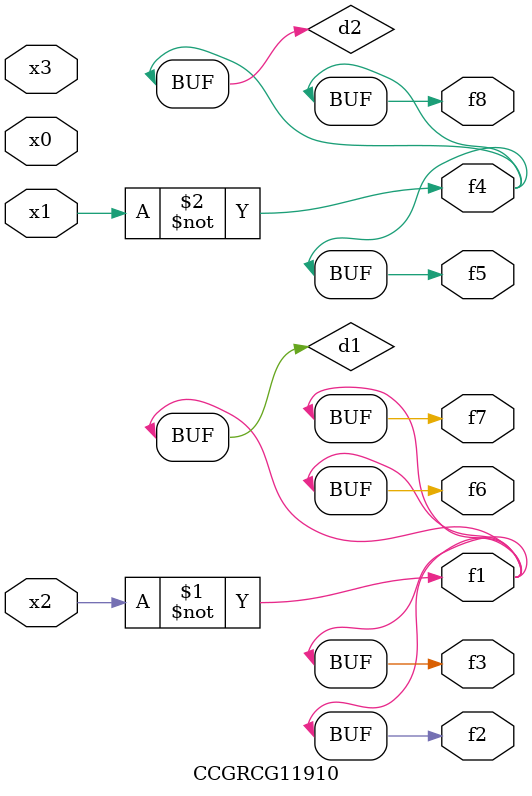
<source format=v>
module CCGRCG11910(
	input x0, x1, x2, x3,
	output f1, f2, f3, f4, f5, f6, f7, f8
);

	wire d1, d2;

	xnor (d1, x2);
	not (d2, x1);
	assign f1 = d1;
	assign f2 = d1;
	assign f3 = d1;
	assign f4 = d2;
	assign f5 = d2;
	assign f6 = d1;
	assign f7 = d1;
	assign f8 = d2;
endmodule

</source>
